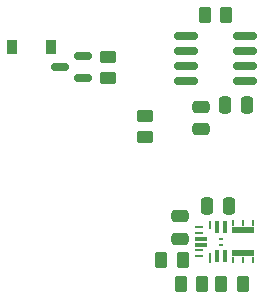
<source format=gbr>
%TF.GenerationSoftware,KiCad,Pcbnew,(6.0.7)*%
%TF.CreationDate,2023-03-19T23:02:41-05:00*%
%TF.ProjectId,Magic_Wand_Timer,4d616769-635f-4576-916e-645f54696d65,rev?*%
%TF.SameCoordinates,Original*%
%TF.FileFunction,Paste,Top*%
%TF.FilePolarity,Positive*%
%FSLAX46Y46*%
G04 Gerber Fmt 4.6, Leading zero omitted, Abs format (unit mm)*
G04 Created by KiCad (PCBNEW (6.0.7)) date 2023-03-19 23:02:41*
%MOMM*%
%LPD*%
G01*
G04 APERTURE LIST*
G04 Aperture macros list*
%AMRoundRect*
0 Rectangle with rounded corners*
0 $1 Rounding radius*
0 $2 $3 $4 $5 $6 $7 $8 $9 X,Y pos of 4 corners*
0 Add a 4 corners polygon primitive as box body*
4,1,4,$2,$3,$4,$5,$6,$7,$8,$9,$2,$3,0*
0 Add four circle primitives for the rounded corners*
1,1,$1+$1,$2,$3*
1,1,$1+$1,$4,$5*
1,1,$1+$1,$6,$7*
1,1,$1+$1,$8,$9*
0 Add four rect primitives between the rounded corners*
20,1,$1+$1,$2,$3,$4,$5,0*
20,1,$1+$1,$4,$5,$6,$7,0*
20,1,$1+$1,$6,$7,$8,$9,0*
20,1,$1+$1,$8,$9,$2,$3,0*%
G04 Aperture macros list end*
%ADD10RoundRect,0.250000X-0.475000X0.250000X-0.475000X-0.250000X0.475000X-0.250000X0.475000X0.250000X0*%
%ADD11RoundRect,0.150000X0.587500X0.150000X-0.587500X0.150000X-0.587500X-0.150000X0.587500X-0.150000X0*%
%ADD12RoundRect,0.250000X-0.450000X0.262500X-0.450000X-0.262500X0.450000X-0.262500X0.450000X0.262500X0*%
%ADD13RoundRect,0.250000X-0.262500X-0.450000X0.262500X-0.450000X0.262500X0.450000X-0.262500X0.450000X0*%
%ADD14R,0.900000X1.200000*%
%ADD15RoundRect,0.250000X0.450000X-0.262500X0.450000X0.262500X-0.450000X0.262500X-0.450000X-0.262500X0*%
%ADD16RoundRect,0.250000X0.250000X0.475000X-0.250000X0.475000X-0.250000X-0.475000X0.250000X-0.475000X0*%
%ADD17R,0.254000X0.812800*%
%ADD18R,0.304800X1.092200*%
%ADD19R,0.254000X0.508000*%
%ADD20R,1.954000X0.584000*%
%ADD21R,0.254000X0.711200*%
%ADD22R,0.711200X0.254000*%
%ADD23R,1.092200X0.304800*%
%ADD24R,0.406400X0.254000*%
%ADD25RoundRect,0.250000X-0.250000X-0.475000X0.250000X-0.475000X0.250000X0.475000X-0.250000X0.475000X0*%
%ADD26RoundRect,0.150000X-0.825000X-0.150000X0.825000X-0.150000X0.825000X0.150000X-0.825000X0.150000X0*%
%ADD27RoundRect,0.250000X0.262500X0.450000X-0.262500X0.450000X-0.262500X-0.450000X0.262500X-0.450000X0*%
%ADD28RoundRect,0.250000X0.475000X-0.250000X0.475000X0.250000X-0.475000X0.250000X-0.475000X-0.250000X0*%
G04 APERTURE END LIST*
D10*
%TO.C,C4*%
X171196000Y-99949000D03*
X171196000Y-101849000D03*
%TD*%
D11*
%TO.C,Q1*%
X161211500Y-97549000D03*
X161211500Y-95649000D03*
X159336500Y-96599000D03*
%TD*%
D12*
%TO.C,R5*%
X166497000Y-100711000D03*
X166497000Y-102536000D03*
%TD*%
D13*
%TO.C,R2*%
X172950500Y-114935000D03*
X174775500Y-114935000D03*
%TD*%
D14*
%TO.C,D1*%
X155195000Y-94869000D03*
X158495000Y-94869000D03*
%TD*%
D15*
%TO.C,R6*%
X163322000Y-97535000D03*
X163322000Y-95710000D03*
%TD*%
D16*
%TO.C,C3*%
X173632500Y-108331000D03*
X171732500Y-108331000D03*
%TD*%
D17*
%TO.C,U1*%
X171955495Y-112773000D03*
D18*
X172605494Y-112633000D03*
X173255495Y-112633000D03*
D19*
X173905495Y-112925000D03*
X174755496Y-112925000D03*
X175605495Y-112925000D03*
D20*
X174755495Y-112379000D03*
D19*
X175605495Y-109833000D03*
X174755496Y-109833000D03*
X173905495Y-109833000D03*
D20*
X174755495Y-110379000D03*
D18*
X173255495Y-110125000D03*
X172605494Y-110125000D03*
D21*
X171955495Y-109935000D03*
D22*
X171061495Y-110129000D03*
X171061495Y-110628999D03*
D23*
X171251495Y-111129000D03*
X171251495Y-111629000D03*
D22*
X171061495Y-112129001D03*
X171061495Y-112629000D03*
D24*
X172930495Y-111629000D03*
X172930495Y-111129000D03*
%TD*%
D25*
%TO.C,C1*%
X173233000Y-99822000D03*
X175133000Y-99822000D03*
%TD*%
D26*
%TO.C,U2*%
X169991000Y-93980000D03*
X169991000Y-95250000D03*
X169991000Y-96520000D03*
X169991000Y-97790000D03*
X174941000Y-97790000D03*
X174941000Y-96520000D03*
X174941000Y-95250000D03*
X174941000Y-93980000D03*
%TD*%
D27*
%TO.C,R3*%
X169695500Y-112903000D03*
X167870500Y-112903000D03*
%TD*%
D13*
%TO.C,R1*%
X169521500Y-114935000D03*
X171346500Y-114935000D03*
%TD*%
D27*
%TO.C,R4*%
X173378500Y-92202000D03*
X171553500Y-92202000D03*
%TD*%
D28*
%TO.C,C2*%
X169441500Y-111125000D03*
X169441500Y-109225000D03*
%TD*%
M02*

</source>
